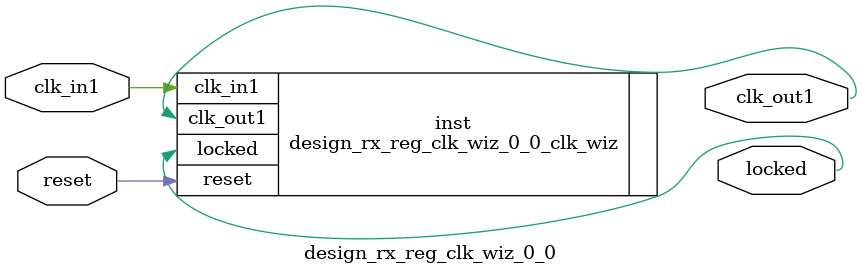
<source format=v>


`timescale 1ps/1ps

(* CORE_GENERATION_INFO = "design_rx_reg_clk_wiz_0_0,clk_wiz_v6_0_5_0_0,{component_name=design_rx_reg_clk_wiz_0_0,use_phase_alignment=true,use_min_o_jitter=false,use_max_i_jitter=false,use_dyn_phase_shift=false,use_inclk_switchover=false,use_dyn_reconfig=false,enable_axi=0,feedback_source=FDBK_AUTO,PRIMITIVE=MMCM,num_out_clk=1,clkin1_period=10.000,clkin2_period=10.000,use_power_down=false,use_reset=true,use_locked=true,use_inclk_stopped=false,feedback_type=SINGLE,CLOCK_MGR_TYPE=NA,manual_override=false}" *)

module design_rx_reg_clk_wiz_0_0 
 (
  // Clock out ports
  output        clk_out1,
  // Status and control signals
  input         reset,
  output        locked,
 // Clock in ports
  input         clk_in1
 );

  design_rx_reg_clk_wiz_0_0_clk_wiz inst
  (
  // Clock out ports  
  .clk_out1(clk_out1),
  // Status and control signals               
  .reset(reset), 
  .locked(locked),
 // Clock in ports
  .clk_in1(clk_in1)
  );

endmodule

</source>
